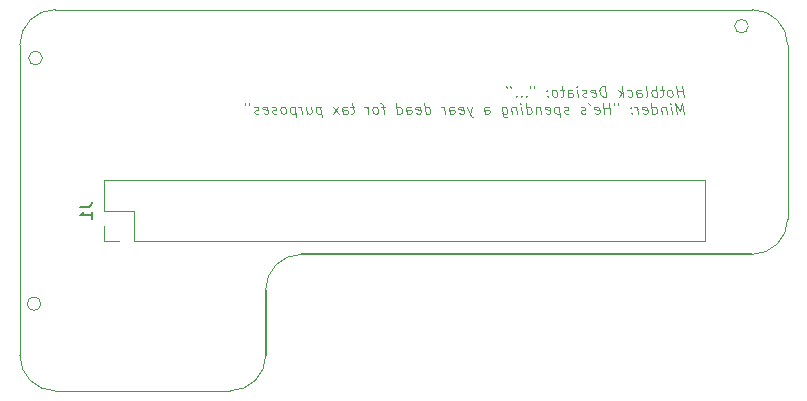
<source format=gbr>
G04 #@! TF.GenerationSoftware,KiCad,Pcbnew,8.0.7*
G04 #@! TF.CreationDate,2025-02-16T20:08:39+00:00*
G04 #@! TF.ProjectId,retropie-hat-2L,72657472-6f70-4696-952d-6861742d324c,rev?*
G04 #@! TF.SameCoordinates,Original*
G04 #@! TF.FileFunction,Legend,Bot*
G04 #@! TF.FilePolarity,Positive*
%FSLAX46Y46*%
G04 Gerber Fmt 4.6, Leading zero omitted, Abs format (unit mm)*
G04 Created by KiCad (PCBNEW 8.0.7) date 2025-02-16 20:08:39*
%MOMM*%
%LPD*%
G01*
G04 APERTURE LIST*
%ADD10C,0.120000*%
%ADD11C,0.150000*%
G04 #@! TA.AperFunction,Profile*
%ADD12C,0.100000*%
G04 #@! TD*
G04 #@! TA.AperFunction,Profile*
%ADD13C,0.150000*%
G04 #@! TD*
G04 APERTURE END LIST*
D10*
X134713124Y-54676642D02*
X134600624Y-53776642D01*
X134654195Y-54205213D02*
X134139910Y-54205213D01*
X134198838Y-54676642D02*
X134086338Y-53776642D01*
X133641696Y-54676642D02*
X133722053Y-54633785D01*
X133722053Y-54633785D02*
X133759553Y-54590927D01*
X133759553Y-54590927D02*
X133791696Y-54505213D01*
X133791696Y-54505213D02*
X133759553Y-54248070D01*
X133759553Y-54248070D02*
X133705981Y-54162356D01*
X133705981Y-54162356D02*
X133657767Y-54119499D01*
X133657767Y-54119499D02*
X133566696Y-54076642D01*
X133566696Y-54076642D02*
X133438124Y-54076642D01*
X133438124Y-54076642D02*
X133357767Y-54119499D01*
X133357767Y-54119499D02*
X133320267Y-54162356D01*
X133320267Y-54162356D02*
X133288124Y-54248070D01*
X133288124Y-54248070D02*
X133320267Y-54505213D01*
X133320267Y-54505213D02*
X133373838Y-54590927D01*
X133373838Y-54590927D02*
X133422053Y-54633785D01*
X133422053Y-54633785D02*
X133513124Y-54676642D01*
X133513124Y-54676642D02*
X133641696Y-54676642D01*
X133009552Y-54076642D02*
X132666695Y-54076642D01*
X132843481Y-53776642D02*
X132939910Y-54548070D01*
X132939910Y-54548070D02*
X132907767Y-54633785D01*
X132907767Y-54633785D02*
X132827410Y-54676642D01*
X132827410Y-54676642D02*
X132741695Y-54676642D01*
X132441695Y-54676642D02*
X132329195Y-53776642D01*
X132372052Y-54119499D02*
X132280981Y-54076642D01*
X132280981Y-54076642D02*
X132109552Y-54076642D01*
X132109552Y-54076642D02*
X132029195Y-54119499D01*
X132029195Y-54119499D02*
X131991695Y-54162356D01*
X131991695Y-54162356D02*
X131959552Y-54248070D01*
X131959552Y-54248070D02*
X131991695Y-54505213D01*
X131991695Y-54505213D02*
X132045266Y-54590927D01*
X132045266Y-54590927D02*
X132093481Y-54633785D01*
X132093481Y-54633785D02*
X132184552Y-54676642D01*
X132184552Y-54676642D02*
X132355981Y-54676642D01*
X132355981Y-54676642D02*
X132436338Y-54633785D01*
X131498838Y-54676642D02*
X131579195Y-54633785D01*
X131579195Y-54633785D02*
X131611338Y-54548070D01*
X131611338Y-54548070D02*
X131514909Y-53776642D01*
X130770266Y-54676642D02*
X130711337Y-54205213D01*
X130711337Y-54205213D02*
X130743480Y-54119499D01*
X130743480Y-54119499D02*
X130823837Y-54076642D01*
X130823837Y-54076642D02*
X130995266Y-54076642D01*
X130995266Y-54076642D02*
X131086337Y-54119499D01*
X130764909Y-54633785D02*
X130855980Y-54676642D01*
X130855980Y-54676642D02*
X131070266Y-54676642D01*
X131070266Y-54676642D02*
X131150623Y-54633785D01*
X131150623Y-54633785D02*
X131182766Y-54548070D01*
X131182766Y-54548070D02*
X131172051Y-54462356D01*
X131172051Y-54462356D02*
X131118480Y-54376642D01*
X131118480Y-54376642D02*
X131027409Y-54333785D01*
X131027409Y-54333785D02*
X130813123Y-54333785D01*
X130813123Y-54333785D02*
X130722051Y-54290927D01*
X129950623Y-54633785D02*
X130041694Y-54676642D01*
X130041694Y-54676642D02*
X130213123Y-54676642D01*
X130213123Y-54676642D02*
X130293480Y-54633785D01*
X130293480Y-54633785D02*
X130330980Y-54590927D01*
X130330980Y-54590927D02*
X130363123Y-54505213D01*
X130363123Y-54505213D02*
X130330980Y-54248070D01*
X130330980Y-54248070D02*
X130277408Y-54162356D01*
X130277408Y-54162356D02*
X130229194Y-54119499D01*
X130229194Y-54119499D02*
X130138123Y-54076642D01*
X130138123Y-54076642D02*
X129966694Y-54076642D01*
X129966694Y-54076642D02*
X129886337Y-54119499D01*
X129570265Y-54676642D02*
X129457765Y-53776642D01*
X129441694Y-54333785D02*
X129227408Y-54676642D01*
X129152408Y-54076642D02*
X129538122Y-54419499D01*
X128155980Y-54676642D02*
X128043480Y-53776642D01*
X128043480Y-53776642D02*
X127829194Y-53776642D01*
X127829194Y-53776642D02*
X127705980Y-53819499D01*
X127705980Y-53819499D02*
X127630980Y-53905213D01*
X127630980Y-53905213D02*
X127598837Y-53990927D01*
X127598837Y-53990927D02*
X127577409Y-54162356D01*
X127577409Y-54162356D02*
X127593480Y-54290927D01*
X127593480Y-54290927D02*
X127657766Y-54462356D01*
X127657766Y-54462356D02*
X127711337Y-54548070D01*
X127711337Y-54548070D02*
X127807766Y-54633785D01*
X127807766Y-54633785D02*
X127941694Y-54676642D01*
X127941694Y-54676642D02*
X128155980Y-54676642D01*
X126907766Y-54633785D02*
X126998837Y-54676642D01*
X126998837Y-54676642D02*
X127170266Y-54676642D01*
X127170266Y-54676642D02*
X127250623Y-54633785D01*
X127250623Y-54633785D02*
X127282766Y-54548070D01*
X127282766Y-54548070D02*
X127239909Y-54205213D01*
X127239909Y-54205213D02*
X127186337Y-54119499D01*
X127186337Y-54119499D02*
X127095266Y-54076642D01*
X127095266Y-54076642D02*
X126923837Y-54076642D01*
X126923837Y-54076642D02*
X126843480Y-54119499D01*
X126843480Y-54119499D02*
X126811337Y-54205213D01*
X126811337Y-54205213D02*
X126822051Y-54290927D01*
X126822051Y-54290927D02*
X127261337Y-54376642D01*
X126522051Y-54633785D02*
X126441694Y-54676642D01*
X126441694Y-54676642D02*
X126270265Y-54676642D01*
X126270265Y-54676642D02*
X126179194Y-54633785D01*
X126179194Y-54633785D02*
X126125622Y-54548070D01*
X126125622Y-54548070D02*
X126120265Y-54505213D01*
X126120265Y-54505213D02*
X126152408Y-54419499D01*
X126152408Y-54419499D02*
X126232765Y-54376642D01*
X126232765Y-54376642D02*
X126361337Y-54376642D01*
X126361337Y-54376642D02*
X126441694Y-54333785D01*
X126441694Y-54333785D02*
X126473837Y-54248070D01*
X126473837Y-54248070D02*
X126468480Y-54205213D01*
X126468480Y-54205213D02*
X126414908Y-54119499D01*
X126414908Y-54119499D02*
X126323837Y-54076642D01*
X126323837Y-54076642D02*
X126195265Y-54076642D01*
X126195265Y-54076642D02*
X126114908Y-54119499D01*
X125755980Y-54676642D02*
X125680980Y-54076642D01*
X125643480Y-53776642D02*
X125691694Y-53819499D01*
X125691694Y-53819499D02*
X125654194Y-53862356D01*
X125654194Y-53862356D02*
X125605980Y-53819499D01*
X125605980Y-53819499D02*
X125643480Y-53776642D01*
X125643480Y-53776642D02*
X125654194Y-53862356D01*
X124941695Y-54676642D02*
X124882766Y-54205213D01*
X124882766Y-54205213D02*
X124914909Y-54119499D01*
X124914909Y-54119499D02*
X124995266Y-54076642D01*
X124995266Y-54076642D02*
X125166695Y-54076642D01*
X125166695Y-54076642D02*
X125257766Y-54119499D01*
X124936338Y-54633785D02*
X125027409Y-54676642D01*
X125027409Y-54676642D02*
X125241695Y-54676642D01*
X125241695Y-54676642D02*
X125322052Y-54633785D01*
X125322052Y-54633785D02*
X125354195Y-54548070D01*
X125354195Y-54548070D02*
X125343480Y-54462356D01*
X125343480Y-54462356D02*
X125289909Y-54376642D01*
X125289909Y-54376642D02*
X125198838Y-54333785D01*
X125198838Y-54333785D02*
X124984552Y-54333785D01*
X124984552Y-54333785D02*
X124893480Y-54290927D01*
X124566694Y-54076642D02*
X124223837Y-54076642D01*
X124400623Y-53776642D02*
X124497052Y-54548070D01*
X124497052Y-54548070D02*
X124464909Y-54633785D01*
X124464909Y-54633785D02*
X124384552Y-54676642D01*
X124384552Y-54676642D02*
X124298837Y-54676642D01*
X123870266Y-54676642D02*
X123950623Y-54633785D01*
X123950623Y-54633785D02*
X123988123Y-54590927D01*
X123988123Y-54590927D02*
X124020266Y-54505213D01*
X124020266Y-54505213D02*
X123988123Y-54248070D01*
X123988123Y-54248070D02*
X123934551Y-54162356D01*
X123934551Y-54162356D02*
X123886337Y-54119499D01*
X123886337Y-54119499D02*
X123795266Y-54076642D01*
X123795266Y-54076642D02*
X123666694Y-54076642D01*
X123666694Y-54076642D02*
X123586337Y-54119499D01*
X123586337Y-54119499D02*
X123548837Y-54162356D01*
X123548837Y-54162356D02*
X123516694Y-54248070D01*
X123516694Y-54248070D02*
X123548837Y-54505213D01*
X123548837Y-54505213D02*
X123602408Y-54590927D01*
X123602408Y-54590927D02*
X123650623Y-54633785D01*
X123650623Y-54633785D02*
X123741694Y-54676642D01*
X123741694Y-54676642D02*
X123870266Y-54676642D01*
X123173837Y-54590927D02*
X123136337Y-54633785D01*
X123136337Y-54633785D02*
X123184551Y-54676642D01*
X123184551Y-54676642D02*
X123222051Y-54633785D01*
X123222051Y-54633785D02*
X123173837Y-54590927D01*
X123173837Y-54590927D02*
X123184551Y-54676642D01*
X123114908Y-54119499D02*
X123077408Y-54162356D01*
X123077408Y-54162356D02*
X123125622Y-54205213D01*
X123125622Y-54205213D02*
X123163122Y-54162356D01*
X123163122Y-54162356D02*
X123114908Y-54119499D01*
X123114908Y-54119499D02*
X123125622Y-54205213D01*
X122000623Y-53776642D02*
X122022052Y-53948070D01*
X121657766Y-53776642D02*
X121679195Y-53948070D01*
X121373838Y-54590927D02*
X121336338Y-54633785D01*
X121336338Y-54633785D02*
X121384552Y-54676642D01*
X121384552Y-54676642D02*
X121422052Y-54633785D01*
X121422052Y-54633785D02*
X121373838Y-54590927D01*
X121373838Y-54590927D02*
X121384552Y-54676642D01*
X120945267Y-54590927D02*
X120907767Y-54633785D01*
X120907767Y-54633785D02*
X120955981Y-54676642D01*
X120955981Y-54676642D02*
X120993481Y-54633785D01*
X120993481Y-54633785D02*
X120945267Y-54590927D01*
X120945267Y-54590927D02*
X120955981Y-54676642D01*
X120516696Y-54590927D02*
X120479196Y-54633785D01*
X120479196Y-54633785D02*
X120527410Y-54676642D01*
X120527410Y-54676642D02*
X120564910Y-54633785D01*
X120564910Y-54633785D02*
X120516696Y-54590927D01*
X120516696Y-54590927D02*
X120527410Y-54676642D01*
X120029196Y-53776642D02*
X120050625Y-53948070D01*
X119686339Y-53776642D02*
X119707768Y-53948070D01*
X134713124Y-56125592D02*
X134600624Y-55225592D01*
X134600624Y-55225592D02*
X134380981Y-55868449D01*
X134380981Y-55868449D02*
X134000624Y-55225592D01*
X134000624Y-55225592D02*
X134113124Y-56125592D01*
X133684553Y-56125592D02*
X133609553Y-55525592D01*
X133572053Y-55225592D02*
X133620267Y-55268449D01*
X133620267Y-55268449D02*
X133582767Y-55311306D01*
X133582767Y-55311306D02*
X133534553Y-55268449D01*
X133534553Y-55268449D02*
X133572053Y-55225592D01*
X133572053Y-55225592D02*
X133582767Y-55311306D01*
X133180982Y-55525592D02*
X133255982Y-56125592D01*
X133191696Y-55611306D02*
X133143482Y-55568449D01*
X133143482Y-55568449D02*
X133052411Y-55525592D01*
X133052411Y-55525592D02*
X132923839Y-55525592D01*
X132923839Y-55525592D02*
X132843482Y-55568449D01*
X132843482Y-55568449D02*
X132811339Y-55654163D01*
X132811339Y-55654163D02*
X132870268Y-56125592D01*
X132055982Y-56125592D02*
X131943482Y-55225592D01*
X132050625Y-56082735D02*
X132141696Y-56125592D01*
X132141696Y-56125592D02*
X132313125Y-56125592D01*
X132313125Y-56125592D02*
X132393482Y-56082735D01*
X132393482Y-56082735D02*
X132430982Y-56039877D01*
X132430982Y-56039877D02*
X132463125Y-55954163D01*
X132463125Y-55954163D02*
X132430982Y-55697020D01*
X132430982Y-55697020D02*
X132377410Y-55611306D01*
X132377410Y-55611306D02*
X132329196Y-55568449D01*
X132329196Y-55568449D02*
X132238125Y-55525592D01*
X132238125Y-55525592D02*
X132066696Y-55525592D01*
X132066696Y-55525592D02*
X131986339Y-55568449D01*
X131279196Y-56082735D02*
X131370267Y-56125592D01*
X131370267Y-56125592D02*
X131541696Y-56125592D01*
X131541696Y-56125592D02*
X131622053Y-56082735D01*
X131622053Y-56082735D02*
X131654196Y-55997020D01*
X131654196Y-55997020D02*
X131611339Y-55654163D01*
X131611339Y-55654163D02*
X131557767Y-55568449D01*
X131557767Y-55568449D02*
X131466696Y-55525592D01*
X131466696Y-55525592D02*
X131295267Y-55525592D01*
X131295267Y-55525592D02*
X131214910Y-55568449D01*
X131214910Y-55568449D02*
X131182767Y-55654163D01*
X131182767Y-55654163D02*
X131193481Y-55739877D01*
X131193481Y-55739877D02*
X131632767Y-55825592D01*
X130855981Y-56125592D02*
X130780981Y-55525592D01*
X130802410Y-55697020D02*
X130748838Y-55611306D01*
X130748838Y-55611306D02*
X130700624Y-55568449D01*
X130700624Y-55568449D02*
X130609552Y-55525592D01*
X130609552Y-55525592D02*
X130523838Y-55525592D01*
X130288124Y-56039877D02*
X130250624Y-56082735D01*
X130250624Y-56082735D02*
X130298838Y-56125592D01*
X130298838Y-56125592D02*
X130336338Y-56082735D01*
X130336338Y-56082735D02*
X130288124Y-56039877D01*
X130288124Y-56039877D02*
X130298838Y-56125592D01*
X130229195Y-55568449D02*
X130191695Y-55611306D01*
X130191695Y-55611306D02*
X130239909Y-55654163D01*
X130239909Y-55654163D02*
X130277409Y-55611306D01*
X130277409Y-55611306D02*
X130229195Y-55568449D01*
X130229195Y-55568449D02*
X130239909Y-55654163D01*
X129114910Y-55225592D02*
X129136339Y-55397020D01*
X128772053Y-55225592D02*
X128793482Y-55397020D01*
X128498839Y-56125592D02*
X128386339Y-55225592D01*
X128439910Y-55654163D02*
X127925625Y-55654163D01*
X127984553Y-56125592D02*
X127872053Y-55225592D01*
X127207768Y-56082735D02*
X127298839Y-56125592D01*
X127298839Y-56125592D02*
X127470268Y-56125592D01*
X127470268Y-56125592D02*
X127550625Y-56082735D01*
X127550625Y-56082735D02*
X127582768Y-55997020D01*
X127582768Y-55997020D02*
X127539911Y-55654163D01*
X127539911Y-55654163D02*
X127486339Y-55568449D01*
X127486339Y-55568449D02*
X127395268Y-55525592D01*
X127395268Y-55525592D02*
X127223839Y-55525592D01*
X127223839Y-55525592D02*
X127143482Y-55568449D01*
X127143482Y-55568449D02*
X127111339Y-55654163D01*
X127111339Y-55654163D02*
X127122053Y-55739877D01*
X127122053Y-55739877D02*
X127561339Y-55825592D01*
X126629196Y-55225592D02*
X126736339Y-55397020D01*
X126393482Y-56082735D02*
X126313125Y-56125592D01*
X126313125Y-56125592D02*
X126141696Y-56125592D01*
X126141696Y-56125592D02*
X126050625Y-56082735D01*
X126050625Y-56082735D02*
X125997053Y-55997020D01*
X125997053Y-55997020D02*
X125991696Y-55954163D01*
X125991696Y-55954163D02*
X126023839Y-55868449D01*
X126023839Y-55868449D02*
X126104196Y-55825592D01*
X126104196Y-55825592D02*
X126232768Y-55825592D01*
X126232768Y-55825592D02*
X126313125Y-55782735D01*
X126313125Y-55782735D02*
X126345268Y-55697020D01*
X126345268Y-55697020D02*
X126339911Y-55654163D01*
X126339911Y-55654163D02*
X126286339Y-55568449D01*
X126286339Y-55568449D02*
X126195268Y-55525592D01*
X126195268Y-55525592D02*
X126066696Y-55525592D01*
X126066696Y-55525592D02*
X125986339Y-55568449D01*
X124979197Y-56082735D02*
X124898840Y-56125592D01*
X124898840Y-56125592D02*
X124727411Y-56125592D01*
X124727411Y-56125592D02*
X124636340Y-56082735D01*
X124636340Y-56082735D02*
X124582768Y-55997020D01*
X124582768Y-55997020D02*
X124577411Y-55954163D01*
X124577411Y-55954163D02*
X124609554Y-55868449D01*
X124609554Y-55868449D02*
X124689911Y-55825592D01*
X124689911Y-55825592D02*
X124818483Y-55825592D01*
X124818483Y-55825592D02*
X124898840Y-55782735D01*
X124898840Y-55782735D02*
X124930983Y-55697020D01*
X124930983Y-55697020D02*
X124925626Y-55654163D01*
X124925626Y-55654163D02*
X124872054Y-55568449D01*
X124872054Y-55568449D02*
X124780983Y-55525592D01*
X124780983Y-55525592D02*
X124652411Y-55525592D01*
X124652411Y-55525592D02*
X124572054Y-55568449D01*
X124138126Y-55525592D02*
X124250626Y-56425592D01*
X124143483Y-55568449D02*
X124052412Y-55525592D01*
X124052412Y-55525592D02*
X123880983Y-55525592D01*
X123880983Y-55525592D02*
X123800626Y-55568449D01*
X123800626Y-55568449D02*
X123763126Y-55611306D01*
X123763126Y-55611306D02*
X123730983Y-55697020D01*
X123730983Y-55697020D02*
X123763126Y-55954163D01*
X123763126Y-55954163D02*
X123816697Y-56039877D01*
X123816697Y-56039877D02*
X123864912Y-56082735D01*
X123864912Y-56082735D02*
X123955983Y-56125592D01*
X123955983Y-56125592D02*
X124127412Y-56125592D01*
X124127412Y-56125592D02*
X124207769Y-56082735D01*
X123050626Y-56082735D02*
X123141697Y-56125592D01*
X123141697Y-56125592D02*
X123313126Y-56125592D01*
X123313126Y-56125592D02*
X123393483Y-56082735D01*
X123393483Y-56082735D02*
X123425626Y-55997020D01*
X123425626Y-55997020D02*
X123382769Y-55654163D01*
X123382769Y-55654163D02*
X123329197Y-55568449D01*
X123329197Y-55568449D02*
X123238126Y-55525592D01*
X123238126Y-55525592D02*
X123066697Y-55525592D01*
X123066697Y-55525592D02*
X122986340Y-55568449D01*
X122986340Y-55568449D02*
X122954197Y-55654163D01*
X122954197Y-55654163D02*
X122964911Y-55739877D01*
X122964911Y-55739877D02*
X123404197Y-55825592D01*
X122552411Y-55525592D02*
X122627411Y-56125592D01*
X122563125Y-55611306D02*
X122514911Y-55568449D01*
X122514911Y-55568449D02*
X122423840Y-55525592D01*
X122423840Y-55525592D02*
X122295268Y-55525592D01*
X122295268Y-55525592D02*
X122214911Y-55568449D01*
X122214911Y-55568449D02*
X122182768Y-55654163D01*
X122182768Y-55654163D02*
X122241697Y-56125592D01*
X121427411Y-56125592D02*
X121314911Y-55225592D01*
X121422054Y-56082735D02*
X121513125Y-56125592D01*
X121513125Y-56125592D02*
X121684554Y-56125592D01*
X121684554Y-56125592D02*
X121764911Y-56082735D01*
X121764911Y-56082735D02*
X121802411Y-56039877D01*
X121802411Y-56039877D02*
X121834554Y-55954163D01*
X121834554Y-55954163D02*
X121802411Y-55697020D01*
X121802411Y-55697020D02*
X121748839Y-55611306D01*
X121748839Y-55611306D02*
X121700625Y-55568449D01*
X121700625Y-55568449D02*
X121609554Y-55525592D01*
X121609554Y-55525592D02*
X121438125Y-55525592D01*
X121438125Y-55525592D02*
X121357768Y-55568449D01*
X120998839Y-56125592D02*
X120923839Y-55525592D01*
X120886339Y-55225592D02*
X120934553Y-55268449D01*
X120934553Y-55268449D02*
X120897053Y-55311306D01*
X120897053Y-55311306D02*
X120848839Y-55268449D01*
X120848839Y-55268449D02*
X120886339Y-55225592D01*
X120886339Y-55225592D02*
X120897053Y-55311306D01*
X120495268Y-55525592D02*
X120570268Y-56125592D01*
X120505982Y-55611306D02*
X120457768Y-55568449D01*
X120457768Y-55568449D02*
X120366697Y-55525592D01*
X120366697Y-55525592D02*
X120238125Y-55525592D01*
X120238125Y-55525592D02*
X120157768Y-55568449D01*
X120157768Y-55568449D02*
X120125625Y-55654163D01*
X120125625Y-55654163D02*
X120184554Y-56125592D01*
X119295268Y-55525592D02*
X119386339Y-56254163D01*
X119386339Y-56254163D02*
X119439911Y-56339877D01*
X119439911Y-56339877D02*
X119488125Y-56382735D01*
X119488125Y-56382735D02*
X119579196Y-56425592D01*
X119579196Y-56425592D02*
X119707768Y-56425592D01*
X119707768Y-56425592D02*
X119788125Y-56382735D01*
X119364911Y-56082735D02*
X119455982Y-56125592D01*
X119455982Y-56125592D02*
X119627411Y-56125592D01*
X119627411Y-56125592D02*
X119707768Y-56082735D01*
X119707768Y-56082735D02*
X119745268Y-56039877D01*
X119745268Y-56039877D02*
X119777411Y-55954163D01*
X119777411Y-55954163D02*
X119745268Y-55697020D01*
X119745268Y-55697020D02*
X119691696Y-55611306D01*
X119691696Y-55611306D02*
X119643482Y-55568449D01*
X119643482Y-55568449D02*
X119552411Y-55525592D01*
X119552411Y-55525592D02*
X119380982Y-55525592D01*
X119380982Y-55525592D02*
X119300625Y-55568449D01*
X117870268Y-56125592D02*
X117811339Y-55654163D01*
X117811339Y-55654163D02*
X117843482Y-55568449D01*
X117843482Y-55568449D02*
X117923839Y-55525592D01*
X117923839Y-55525592D02*
X118095268Y-55525592D01*
X118095268Y-55525592D02*
X118186339Y-55568449D01*
X117864911Y-56082735D02*
X117955982Y-56125592D01*
X117955982Y-56125592D02*
X118170268Y-56125592D01*
X118170268Y-56125592D02*
X118250625Y-56082735D01*
X118250625Y-56082735D02*
X118282768Y-55997020D01*
X118282768Y-55997020D02*
X118272053Y-55911306D01*
X118272053Y-55911306D02*
X118218482Y-55825592D01*
X118218482Y-55825592D02*
X118127411Y-55782735D01*
X118127411Y-55782735D02*
X117913125Y-55782735D01*
X117913125Y-55782735D02*
X117822053Y-55739877D01*
X116766696Y-55525592D02*
X116627411Y-56125592D01*
X116338125Y-55525592D02*
X116627411Y-56125592D01*
X116627411Y-56125592D02*
X116739911Y-56339877D01*
X116739911Y-56339877D02*
X116788125Y-56382735D01*
X116788125Y-56382735D02*
X116879196Y-56425592D01*
X115722054Y-56082735D02*
X115813125Y-56125592D01*
X115813125Y-56125592D02*
X115984554Y-56125592D01*
X115984554Y-56125592D02*
X116064911Y-56082735D01*
X116064911Y-56082735D02*
X116097054Y-55997020D01*
X116097054Y-55997020D02*
X116054197Y-55654163D01*
X116054197Y-55654163D02*
X116000625Y-55568449D01*
X116000625Y-55568449D02*
X115909554Y-55525592D01*
X115909554Y-55525592D02*
X115738125Y-55525592D01*
X115738125Y-55525592D02*
X115657768Y-55568449D01*
X115657768Y-55568449D02*
X115625625Y-55654163D01*
X115625625Y-55654163D02*
X115636339Y-55739877D01*
X115636339Y-55739877D02*
X116075625Y-55825592D01*
X114913125Y-56125592D02*
X114854196Y-55654163D01*
X114854196Y-55654163D02*
X114886339Y-55568449D01*
X114886339Y-55568449D02*
X114966696Y-55525592D01*
X114966696Y-55525592D02*
X115138125Y-55525592D01*
X115138125Y-55525592D02*
X115229196Y-55568449D01*
X114907768Y-56082735D02*
X114998839Y-56125592D01*
X114998839Y-56125592D02*
X115213125Y-56125592D01*
X115213125Y-56125592D02*
X115293482Y-56082735D01*
X115293482Y-56082735D02*
X115325625Y-55997020D01*
X115325625Y-55997020D02*
X115314910Y-55911306D01*
X115314910Y-55911306D02*
X115261339Y-55825592D01*
X115261339Y-55825592D02*
X115170268Y-55782735D01*
X115170268Y-55782735D02*
X114955982Y-55782735D01*
X114955982Y-55782735D02*
X114864910Y-55739877D01*
X114484553Y-56125592D02*
X114409553Y-55525592D01*
X114430982Y-55697020D02*
X114377410Y-55611306D01*
X114377410Y-55611306D02*
X114329196Y-55568449D01*
X114329196Y-55568449D02*
X114238124Y-55525592D01*
X114238124Y-55525592D02*
X114152410Y-55525592D01*
X112855982Y-56125592D02*
X112743482Y-55225592D01*
X112850625Y-56082735D02*
X112941696Y-56125592D01*
X112941696Y-56125592D02*
X113113125Y-56125592D01*
X113113125Y-56125592D02*
X113193482Y-56082735D01*
X113193482Y-56082735D02*
X113230982Y-56039877D01*
X113230982Y-56039877D02*
X113263125Y-55954163D01*
X113263125Y-55954163D02*
X113230982Y-55697020D01*
X113230982Y-55697020D02*
X113177410Y-55611306D01*
X113177410Y-55611306D02*
X113129196Y-55568449D01*
X113129196Y-55568449D02*
X113038125Y-55525592D01*
X113038125Y-55525592D02*
X112866696Y-55525592D01*
X112866696Y-55525592D02*
X112786339Y-55568449D01*
X112079196Y-56082735D02*
X112170267Y-56125592D01*
X112170267Y-56125592D02*
X112341696Y-56125592D01*
X112341696Y-56125592D02*
X112422053Y-56082735D01*
X112422053Y-56082735D02*
X112454196Y-55997020D01*
X112454196Y-55997020D02*
X112411339Y-55654163D01*
X112411339Y-55654163D02*
X112357767Y-55568449D01*
X112357767Y-55568449D02*
X112266696Y-55525592D01*
X112266696Y-55525592D02*
X112095267Y-55525592D01*
X112095267Y-55525592D02*
X112014910Y-55568449D01*
X112014910Y-55568449D02*
X111982767Y-55654163D01*
X111982767Y-55654163D02*
X111993481Y-55739877D01*
X111993481Y-55739877D02*
X112432767Y-55825592D01*
X111270267Y-56125592D02*
X111211338Y-55654163D01*
X111211338Y-55654163D02*
X111243481Y-55568449D01*
X111243481Y-55568449D02*
X111323838Y-55525592D01*
X111323838Y-55525592D02*
X111495267Y-55525592D01*
X111495267Y-55525592D02*
X111586338Y-55568449D01*
X111264910Y-56082735D02*
X111355981Y-56125592D01*
X111355981Y-56125592D02*
X111570267Y-56125592D01*
X111570267Y-56125592D02*
X111650624Y-56082735D01*
X111650624Y-56082735D02*
X111682767Y-55997020D01*
X111682767Y-55997020D02*
X111672052Y-55911306D01*
X111672052Y-55911306D02*
X111618481Y-55825592D01*
X111618481Y-55825592D02*
X111527410Y-55782735D01*
X111527410Y-55782735D02*
X111313124Y-55782735D01*
X111313124Y-55782735D02*
X111222052Y-55739877D01*
X110455981Y-56125592D02*
X110343481Y-55225592D01*
X110450624Y-56082735D02*
X110541695Y-56125592D01*
X110541695Y-56125592D02*
X110713124Y-56125592D01*
X110713124Y-56125592D02*
X110793481Y-56082735D01*
X110793481Y-56082735D02*
X110830981Y-56039877D01*
X110830981Y-56039877D02*
X110863124Y-55954163D01*
X110863124Y-55954163D02*
X110830981Y-55697020D01*
X110830981Y-55697020D02*
X110777409Y-55611306D01*
X110777409Y-55611306D02*
X110729195Y-55568449D01*
X110729195Y-55568449D02*
X110638124Y-55525592D01*
X110638124Y-55525592D02*
X110466695Y-55525592D01*
X110466695Y-55525592D02*
X110386338Y-55568449D01*
X109395266Y-55525592D02*
X109052409Y-55525592D01*
X109341695Y-56125592D02*
X109245266Y-55354163D01*
X109245266Y-55354163D02*
X109191695Y-55268449D01*
X109191695Y-55268449D02*
X109100624Y-55225592D01*
X109100624Y-55225592D02*
X109014909Y-55225592D01*
X108698838Y-56125592D02*
X108779195Y-56082735D01*
X108779195Y-56082735D02*
X108816695Y-56039877D01*
X108816695Y-56039877D02*
X108848838Y-55954163D01*
X108848838Y-55954163D02*
X108816695Y-55697020D01*
X108816695Y-55697020D02*
X108763123Y-55611306D01*
X108763123Y-55611306D02*
X108714909Y-55568449D01*
X108714909Y-55568449D02*
X108623838Y-55525592D01*
X108623838Y-55525592D02*
X108495266Y-55525592D01*
X108495266Y-55525592D02*
X108414909Y-55568449D01*
X108414909Y-55568449D02*
X108377409Y-55611306D01*
X108377409Y-55611306D02*
X108345266Y-55697020D01*
X108345266Y-55697020D02*
X108377409Y-55954163D01*
X108377409Y-55954163D02*
X108430980Y-56039877D01*
X108430980Y-56039877D02*
X108479195Y-56082735D01*
X108479195Y-56082735D02*
X108570266Y-56125592D01*
X108570266Y-56125592D02*
X108698838Y-56125592D01*
X108013123Y-56125592D02*
X107938123Y-55525592D01*
X107959552Y-55697020D02*
X107905980Y-55611306D01*
X107905980Y-55611306D02*
X107857766Y-55568449D01*
X107857766Y-55568449D02*
X107766694Y-55525592D01*
X107766694Y-55525592D02*
X107680980Y-55525592D01*
X106823837Y-55525592D02*
X106480980Y-55525592D01*
X106657766Y-55225592D02*
X106754195Y-55997020D01*
X106754195Y-55997020D02*
X106722052Y-56082735D01*
X106722052Y-56082735D02*
X106641695Y-56125592D01*
X106641695Y-56125592D02*
X106555980Y-56125592D01*
X105870266Y-56125592D02*
X105811337Y-55654163D01*
X105811337Y-55654163D02*
X105843480Y-55568449D01*
X105843480Y-55568449D02*
X105923837Y-55525592D01*
X105923837Y-55525592D02*
X106095266Y-55525592D01*
X106095266Y-55525592D02*
X106186337Y-55568449D01*
X105864909Y-56082735D02*
X105955980Y-56125592D01*
X105955980Y-56125592D02*
X106170266Y-56125592D01*
X106170266Y-56125592D02*
X106250623Y-56082735D01*
X106250623Y-56082735D02*
X106282766Y-55997020D01*
X106282766Y-55997020D02*
X106272051Y-55911306D01*
X106272051Y-55911306D02*
X106218480Y-55825592D01*
X106218480Y-55825592D02*
X106127409Y-55782735D01*
X106127409Y-55782735D02*
X105913123Y-55782735D01*
X105913123Y-55782735D02*
X105822051Y-55739877D01*
X105527408Y-56125592D02*
X104980980Y-55525592D01*
X105452408Y-55525592D02*
X105055980Y-56125592D01*
X103952409Y-55525592D02*
X104064909Y-56425592D01*
X103957766Y-55568449D02*
X103866695Y-55525592D01*
X103866695Y-55525592D02*
X103695266Y-55525592D01*
X103695266Y-55525592D02*
X103614909Y-55568449D01*
X103614909Y-55568449D02*
X103577409Y-55611306D01*
X103577409Y-55611306D02*
X103545266Y-55697020D01*
X103545266Y-55697020D02*
X103577409Y-55954163D01*
X103577409Y-55954163D02*
X103630980Y-56039877D01*
X103630980Y-56039877D02*
X103679195Y-56082735D01*
X103679195Y-56082735D02*
X103770266Y-56125592D01*
X103770266Y-56125592D02*
X103941695Y-56125592D01*
X103941695Y-56125592D02*
X104022052Y-56082735D01*
X102752409Y-55525592D02*
X102827409Y-56125592D01*
X103138123Y-55525592D02*
X103197052Y-55997020D01*
X103197052Y-55997020D02*
X103164909Y-56082735D01*
X103164909Y-56082735D02*
X103084552Y-56125592D01*
X103084552Y-56125592D02*
X102955980Y-56125592D01*
X102955980Y-56125592D02*
X102864909Y-56082735D01*
X102864909Y-56082735D02*
X102816694Y-56039877D01*
X102398837Y-56125592D02*
X102323837Y-55525592D01*
X102345266Y-55697020D02*
X102291694Y-55611306D01*
X102291694Y-55611306D02*
X102243480Y-55568449D01*
X102243480Y-55568449D02*
X102152408Y-55525592D01*
X102152408Y-55525592D02*
X102066694Y-55525592D01*
X101766694Y-55525592D02*
X101879194Y-56425592D01*
X101772051Y-55568449D02*
X101680980Y-55525592D01*
X101680980Y-55525592D02*
X101509551Y-55525592D01*
X101509551Y-55525592D02*
X101429194Y-55568449D01*
X101429194Y-55568449D02*
X101391694Y-55611306D01*
X101391694Y-55611306D02*
X101359551Y-55697020D01*
X101359551Y-55697020D02*
X101391694Y-55954163D01*
X101391694Y-55954163D02*
X101445265Y-56039877D01*
X101445265Y-56039877D02*
X101493480Y-56082735D01*
X101493480Y-56082735D02*
X101584551Y-56125592D01*
X101584551Y-56125592D02*
X101755980Y-56125592D01*
X101755980Y-56125592D02*
X101836337Y-56082735D01*
X100898837Y-56125592D02*
X100979194Y-56082735D01*
X100979194Y-56082735D02*
X101016694Y-56039877D01*
X101016694Y-56039877D02*
X101048837Y-55954163D01*
X101048837Y-55954163D02*
X101016694Y-55697020D01*
X101016694Y-55697020D02*
X100963122Y-55611306D01*
X100963122Y-55611306D02*
X100914908Y-55568449D01*
X100914908Y-55568449D02*
X100823837Y-55525592D01*
X100823837Y-55525592D02*
X100695265Y-55525592D01*
X100695265Y-55525592D02*
X100614908Y-55568449D01*
X100614908Y-55568449D02*
X100577408Y-55611306D01*
X100577408Y-55611306D02*
X100545265Y-55697020D01*
X100545265Y-55697020D02*
X100577408Y-55954163D01*
X100577408Y-55954163D02*
X100630979Y-56039877D01*
X100630979Y-56039877D02*
X100679194Y-56082735D01*
X100679194Y-56082735D02*
X100770265Y-56125592D01*
X100770265Y-56125592D02*
X100898837Y-56125592D01*
X100250622Y-56082735D02*
X100170265Y-56125592D01*
X100170265Y-56125592D02*
X99998836Y-56125592D01*
X99998836Y-56125592D02*
X99907765Y-56082735D01*
X99907765Y-56082735D02*
X99854193Y-55997020D01*
X99854193Y-55997020D02*
X99848836Y-55954163D01*
X99848836Y-55954163D02*
X99880979Y-55868449D01*
X99880979Y-55868449D02*
X99961336Y-55825592D01*
X99961336Y-55825592D02*
X100089908Y-55825592D01*
X100089908Y-55825592D02*
X100170265Y-55782735D01*
X100170265Y-55782735D02*
X100202408Y-55697020D01*
X100202408Y-55697020D02*
X100197051Y-55654163D01*
X100197051Y-55654163D02*
X100143479Y-55568449D01*
X100143479Y-55568449D02*
X100052408Y-55525592D01*
X100052408Y-55525592D02*
X99923836Y-55525592D01*
X99923836Y-55525592D02*
X99843479Y-55568449D01*
X99136337Y-56082735D02*
X99227408Y-56125592D01*
X99227408Y-56125592D02*
X99398837Y-56125592D01*
X99398837Y-56125592D02*
X99479194Y-56082735D01*
X99479194Y-56082735D02*
X99511337Y-55997020D01*
X99511337Y-55997020D02*
X99468480Y-55654163D01*
X99468480Y-55654163D02*
X99414908Y-55568449D01*
X99414908Y-55568449D02*
X99323837Y-55525592D01*
X99323837Y-55525592D02*
X99152408Y-55525592D01*
X99152408Y-55525592D02*
X99072051Y-55568449D01*
X99072051Y-55568449D02*
X99039908Y-55654163D01*
X99039908Y-55654163D02*
X99050622Y-55739877D01*
X99050622Y-55739877D02*
X99489908Y-55825592D01*
X98750622Y-56082735D02*
X98670265Y-56125592D01*
X98670265Y-56125592D02*
X98498836Y-56125592D01*
X98498836Y-56125592D02*
X98407765Y-56082735D01*
X98407765Y-56082735D02*
X98354193Y-55997020D01*
X98354193Y-55997020D02*
X98348836Y-55954163D01*
X98348836Y-55954163D02*
X98380979Y-55868449D01*
X98380979Y-55868449D02*
X98461336Y-55825592D01*
X98461336Y-55825592D02*
X98589908Y-55825592D01*
X98589908Y-55825592D02*
X98670265Y-55782735D01*
X98670265Y-55782735D02*
X98702408Y-55697020D01*
X98702408Y-55697020D02*
X98697051Y-55654163D01*
X98697051Y-55654163D02*
X98643479Y-55568449D01*
X98643479Y-55568449D02*
X98552408Y-55525592D01*
X98552408Y-55525592D02*
X98423836Y-55525592D01*
X98423836Y-55525592D02*
X98343479Y-55568449D01*
X97914908Y-55225592D02*
X97936337Y-55397020D01*
X97572051Y-55225592D02*
X97593480Y-55397020D01*
D11*
X83604819Y-63986666D02*
X84319104Y-63986666D01*
X84319104Y-63986666D02*
X84461961Y-63939047D01*
X84461961Y-63939047D02*
X84557200Y-63843809D01*
X84557200Y-63843809D02*
X84604819Y-63700952D01*
X84604819Y-63700952D02*
X84604819Y-63605714D01*
X84604819Y-64986666D02*
X84604819Y-64415238D01*
X84604819Y-64700952D02*
X83604819Y-64700952D01*
X83604819Y-64700952D02*
X83747676Y-64605714D01*
X83747676Y-64605714D02*
X83842914Y-64510476D01*
X83842914Y-64510476D02*
X83890533Y-64415238D01*
D10*
X85590000Y-61720000D02*
X85590000Y-64320000D01*
X85590000Y-61720000D02*
X136510000Y-61720000D01*
X85590000Y-64320000D02*
X88190000Y-64320000D01*
X85590000Y-65590000D02*
X85590000Y-66920000D01*
X85590000Y-66920000D02*
X86920000Y-66920000D01*
X88190000Y-64320000D02*
X88190000Y-66920000D01*
X88190000Y-66920000D02*
X136510000Y-66920000D01*
X136510000Y-61720000D02*
X136510000Y-66920000D01*
D12*
X143510000Y-65024000D02*
X143499680Y-50291999D01*
X78499680Y-50291999D02*
X78499680Y-76576830D01*
X80400000Y-51400000D02*
G75*
G02*
X79248000Y-51400000I-576000J0D01*
G01*
X79248000Y-51400000D02*
G75*
G02*
X80400000Y-51400000I576000J0D01*
G01*
D13*
X99314000Y-76582066D02*
X99314000Y-71013528D01*
D12*
X140176000Y-48700000D02*
G75*
G02*
X139024000Y-48700000I-576000J0D01*
G01*
X139024000Y-48700000D02*
G75*
G02*
X140176000Y-48700000I576000J0D01*
G01*
X99314000Y-76582066D02*
G75*
G02*
X96314005Y-79576805I-3000000J5266D01*
G01*
X80276000Y-72200000D02*
G75*
G02*
X79124000Y-72200000I-576000J0D01*
G01*
X79124000Y-72200000D02*
G75*
G02*
X80276000Y-72200000I576000J0D01*
G01*
X140499680Y-47291999D02*
X81499680Y-47291999D01*
X81499680Y-79576830D02*
X96314005Y-79576830D01*
X99314000Y-71013528D02*
G75*
G02*
X102313995Y-68018795I3000000J-5272D01*
G01*
D13*
X140510005Y-68018764D02*
X102313995Y-68018764D01*
D12*
X140499680Y-47291999D02*
G75*
G02*
X143499701Y-50291999I20J-3000001D01*
G01*
X78499680Y-50291999D02*
G75*
G02*
X81499680Y-47291980I3000020J-1D01*
G01*
X143510000Y-65024000D02*
G75*
G02*
X140510005Y-68018805I-3000000J5200D01*
G01*
X81499680Y-79576830D02*
G75*
G02*
X78499670Y-76576830I20J3000030D01*
G01*
M02*

</source>
